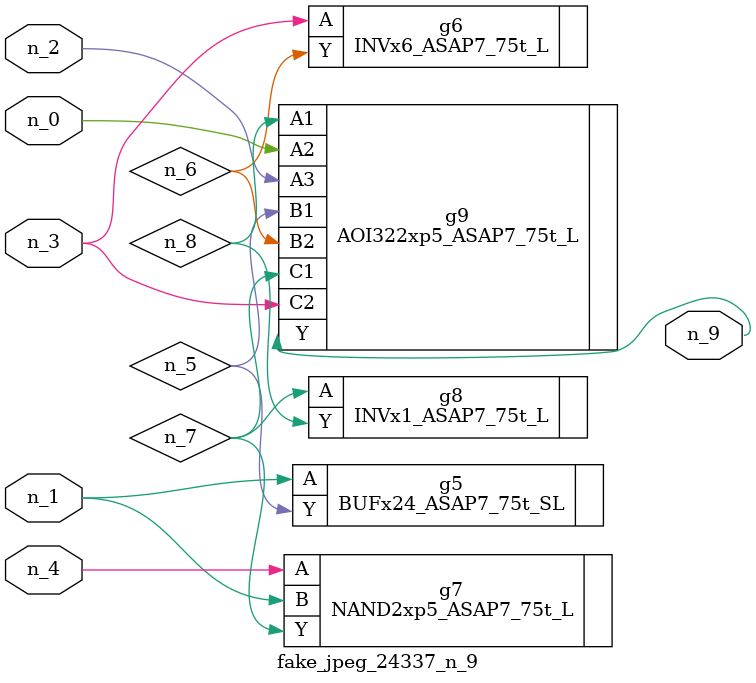
<source format=v>
module fake_jpeg_24337_n_9 (n_3, n_2, n_1, n_0, n_4, n_9);

input n_3;
input n_2;
input n_1;
input n_0;
input n_4;

output n_9;

wire n_8;
wire n_6;
wire n_5;
wire n_7;

BUFx24_ASAP7_75t_SL g5 ( 
.A(n_1),
.Y(n_5)
);

INVx6_ASAP7_75t_L g6 ( 
.A(n_3),
.Y(n_6)
);

NAND2xp5_ASAP7_75t_L g7 ( 
.A(n_4),
.B(n_1),
.Y(n_7)
);

INVx1_ASAP7_75t_L g8 ( 
.A(n_7),
.Y(n_8)
);

AOI322xp5_ASAP7_75t_L g9 ( 
.A1(n_8),
.A2(n_0),
.A3(n_2),
.B1(n_5),
.B2(n_6),
.C1(n_7),
.C2(n_3),
.Y(n_9)
);


endmodule
</source>
